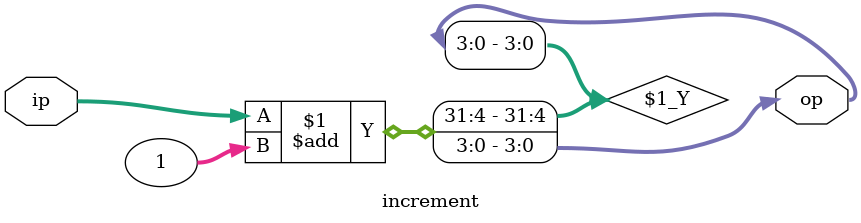
<source format=v>
`timescale 1ns / 1ps

module increment(
    input [3:0]ip,
    output [3:0]op
    );

	 assign op = ip + 1; 
endmodule

</source>
